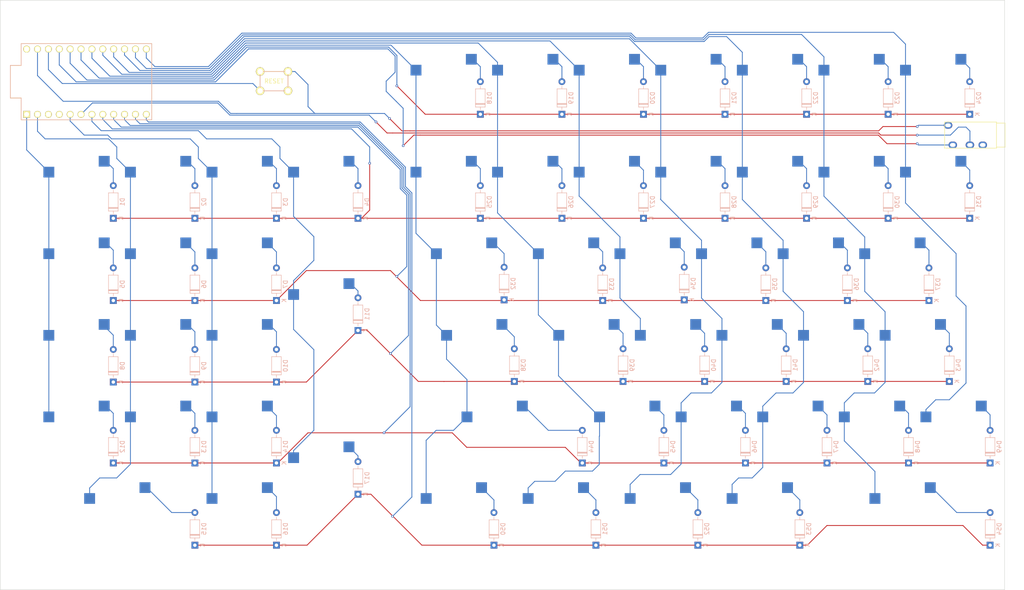
<source format=kicad_pcb>
(kicad_pcb (version 20221018) (generator pcbnew)
  (layers (0 "F.Cu" signal) (31 "B.Cu" signal) (34 "B.Paste" user) (35 "F.Paste" user) (36 "B.SilkS" user "B.Silkscreen") (37 "F.SilkS" user "F.Silkscreen") (38 "B.Mask" user) (39 "F.Mask" user) (44 "Edge.Cuts" user))
  (net 0 "")
  (net 1 "row2")
  (net 2 "row3")
  (net 3 "row4")
  (net 4 "row5")
  (net 5 "row6")
  (net 6 "row1")
  (net 7 "col1")
  (net 8 "col2")
  (net 9 "col3")
  (net 10 "col4")
  (net 11 "col5")
  (net 12 "col10")
  (net 13 "col11")
  (net 15 "SCL")
  (net 16 "VCC")
  (net 17 "RESET")
  (net 20 "col6")
  (net 21 "col7")
  (net 22 "col8")
  (net 23 "col9")
  (net 25 "GND")
  (net 26 "Net-(D1-A)")
  (net 27 "Net-(D2-A)")
  (net 28 "Net-(D3-A)")
  (net 29 "Net-(D4-A)")
  (net 30 "Net-(D5-A)")
  (net 31 "Net-(D6-A)")
  (net 32 "Net-(D7-A)")
  (net 33 "Net-(D8-A)")
  (net 34 "Net-(D9-A)")
  (net 35 "Net-(D10-A)")
  (net 36 "Net-(D11-A)")
  (net 37 "Net-(D12-A)")
  (net 38 "Net-(D13-A)")
  (net 39 "Net-(D14-A)")
  (net 40 "Net-(D15-A)")
  (net 41 "Net-(D16-A)")
  (net 42 "Net-(D17-A)")
  (net 43 "Net-(D18-A)")
  (net 44 "Net-(D19-A)")
  (net 45 "Net-(D20-A)")
  (net 46 "Net-(D21-A)")
  (net 47 "Net-(D22-A)")
  (net 48 "Net-(D23-A)")
  (net 49 "Net-(D24-A)")
  (net 50 "Net-(D25-A)")
  (net 51 "Net-(D26-A)")
  (net 52 "Net-(D27-A)")
  (net 53 "Net-(D28-A)")
  (net 54 "Net-(D29-A)")
  (net 55 "Net-(D30-A)")
  (net 56 "Net-(D31-A)")
  (net 57 "Net-(D32-A)")
  (net 58 "Net-(D33-A)")
  (net 59 "Net-(D34-A)")
  (net 60 "Net-(D35-A)")
  (net 61 "Net-(D36-A)")
  (net 62 "Net-(D37-A)")
  (net 63 "Net-(D38-A)")
  (net 64 "Net-(D39-A)")
  (net 65 "Net-(D40-A)")
  (net 66 "Net-(D41-A)")
  (net 67 "Net-(D42-A)")
  (net 68 "Net-(D43-A)")
  (net 69 "Net-(D44-A)")
  (net 70 "Net-(D45-A)")
  (net 71 "Net-(D46-A)")
  (net 72 "Net-(D47-A)")
  (net 73 "Net-(D48-A)")
  (net 74 "Net-(D49-A)")
  (net 75 "Net-(D50-A)")
  (net 76 "Net-(D51-A)")
  (net 77 "Net-(D52-A)")
  (net 78 "Net-(D53-A)")
  (net 79 "Net-(D54-A)")
  (footprint "MX_Only:MXOnly-1U-Hotswap" (layer "F.Cu") (at 54.485 65.04)
    (fp_text reference "MX2")
    (fp_text value "MX-NoLED")
  )
  (footprint "MountingHole:MountingHole_2.2mm_M2" (layer "F.Cu") (at 141.79925 101.36425)
    (fp_text reference "REF**" hide)
    (fp_text value "MountingHole_2.2mm_M2" hide)
  )
  (footprint "MX_Only:MXOnly-2U-Hotswap-VerticalStabilizers" (layer "F.Cu") (at 92.585 131.715)
    (fp_text reference "MX17")
    (fp_text value "MX-NoLED" hide)
  )
  (footprint "MountingHole:MountingHole_2.2mm_M2" (layer "F.Cu") (at 21 26.5)
    (fp_text reference "REF**" hide)
    (fp_text value "MountingHole_2.2mm_M2" hide)
  )
  (footprint "MX_Only:MXOnly-1U-Hotswap" (layer "F.Cu") (at 159.26 41.227)
    (fp_text reference "MX20")
    (fp_text value "MX-NoLED")
  )
  (footprint "MX_Only:MXOnly-1.25U-Hotswap" (layer "F.Cu") (at 171.16625 141.24)
    (fp_text reference "MX52")
    (fp_text value "MX-NoLED")
  )
  (footprint "MX_Only:MXOnly-1U-Hotswap" (layer "F.Cu") (at 140.21 65.04)
    (fp_text reference "MX26")
    (fp_text value "MX-NoLED")
  )
  (footprint "reset:ResetSW_4P" (layer "F.Cu") (at 80.937 41.262 180)
    (fp_text reference "RESET" hide)
    (fp_text value "SW_Push")
  )
  (footprint "MountingHole:MountingHole_2.2mm_M2" (layer "F.Cu") (at 21 156)
    (fp_text reference "REF**" hide)
    (fp_text value "MountingHole_2.2mm_M2" hide)
  )
  (footprint "MountingHole:MountingHole_2.2mm_M2" (layer "F.Cu") (at 106.88525 112.47325)
    (fp_text reference "REF**" hide)
    (fp_text value "MountingHole_2.2mm_M2" hide)
  )
  (footprint "MX_Only:MXOnly-1U-Hotswap" (layer "F.Cu") (at 35.435 65.04)
    (fp_text reference "MX1")
    (fp_text value "MX-NoLED")
  )
  (footprint "MX_Only:MXOnly-1.75U-Hotswap" (layer "F.Cu") (at 128.30375 103.14)
    (fp_text reference "MX38")
    (fp_text value "MX-NoLED")
  )
  (footprint "MountingHole:MountingHole_2.2mm_M2" (layer "F.Cu") (at 89.11075 156)
    (fp_text reference "REF**" hide)
    (fp_text value "MountingHole_2.2mm_M2" hide)
  )
  (footprint "MountingHole:MountingHole_2.2mm_M2" (layer "F.Cu") (at 247.61075 26.5)
    (fp_text reference "REF**" hide)
    (fp_text value "MountingHole_2.2mm_M2" hide)
  )
  (footprint "MX_Only:MXOnly-1.25U-Hotswap" (layer "F.Cu") (at 194.97875 141.24)
    (fp_text reference "MX53")
    (fp_text value "MX-NoLED")
  )
  (footprint "MX_Only:MXOnly-1U-Hotswap" (layer "F.Cu") (at 159.26 65.04)
    (fp_text reference "MX27")
    (fp_text value "MX-NoLED")
  )
  (footprint "MX_Only:MXOnly-1U-Hotswap" (layer "F.Cu") (at 35.435 122.19)
    (fp_text reference "MX12")
    (fp_text value "MX-NoLED")
  )
  (footprint "MX_Only:MXOnly-2U-Hotswap-VerticalStabilizers" (layer "F.Cu") (at 92.585 93.615)
    (fp_text reference "MX11")
    (fp_text value "MX-NoLED" hide)
  )
  (footprint "MX_Only:MXOnly-1.25U-Hotswap" (layer "F.Cu") (at 123.54125 141.24)
    (fp_text reference "MX50")
    (fp_text value "MX-NoLED")
  )
  (footprint "pj320:TRRS-PJ-320A" (layer "F.Cu") (at 249.6125 53.86125 -90)
    (fp_text reference "U2")
    (fp_text value "PJ-320A")
  )
  (footprint "MX_Only:MXOnly-1U-Hotswap" (layer "F.Cu") (at 235.46 65.04)
    (fp_text reference "MX31")
    (fp_text value "MX-NoLED")
  )
  (footprint "MX_Only:MXOnly-1U-Hotswap" (layer "F.Cu") (at 121.16 41.227)
    (fp_text reference "MX18")
    (fp_text value "MX-NoLED")
  )
  (footprint "promicro:ProMicro" (layer "F.Cu") (at 37.14075 41.39125)
    (fp_text reference "U1" hide)
    (fp_text value "ProMicro" hide)
  )
  (footprint "MX_Only:MXOnly-1U-Hotswap" (layer "F.Cu") (at 211.6475 103.14)
    (fp_text reference "MX42")
    (fp_text value "MX-NoLED")
  )
  (footprint "MX_Only:MXOnly-1U-Hotswap" (layer "F.Cu") (at 73.535 141.24)
    (fp_text reference "MX16")
    (fp_text value "MX-NoLED")
  )
  (footprint "MX_Only:MXOnly-1U-Hotswap" (layer "F.Cu") (at 197.36 41.227)
    (fp_text reference "MX22")
    (fp_text value "MX-NoLED")
  )
  (footprint "MX_Only:MXOnly-2U-Hotswap" (layer "F.Cu") (at 44.96 141.24)
    (fp_text reference "MX15")
    (fp_text value "MX-NoLED")
  )
  (footprint "MX_Only:MXOnly-1U-Hotswap" (layer "F.Cu") (at 149.735 84.09)
    (fp_text reference "MX33")
    (fp_text value "MX-NoLED")
  )
  (footprint "MX_Only:MXOnly-1U-Hotswap" (layer "F.Cu") (at 173.5475 103.14)
    (fp_text reference "MX40")
    (fp_text value "MX-NoLED")
  )
  (footprint "MX_Only:MXOnly-1U-Hotswap" (layer "F.Cu") (at 168.785 84.09)
    (fp_text reference "MX34")
    (fp_text value "MX-NoLED")
  )
  (footprint "MX_Only:MXOnly-1U-Hotswap" (layer "F.Cu") (at 73.535 65.04)
    (fp_text reference "MX3")
    (fp_text value "MX-NoLED")
  )
  (footprint "MX_Only:MXOnly-1U-Hotswap" (layer "F.Cu") (at 225.935 84.09)
    (fp_text reference "MX37")
    (fp_text value "MX-NoLED")
  )
  (footprint "MountingHole:MountingHole_2.2mm_M2" (layer "F.Cu") (at 89.11075 26.5)
    (fp_text reference "REF**" hide)
    (fp_text value "MountingHole_2.2mm_M2" hide)
  )
  (footprint "MX_Only:MXOnly-1U-Hotswap" (layer "F.Cu") (at 197.36 65.04)
    (fp_text reference "MX29")
    (fp_text value "MX-NoLED")
  )
  (footprint "MX_Only:MXOnly-1U-Hotswap" (layer "F.Cu") (at 73.535 84.09)
    (fp_text reference "MX7")
    (fp_text value "MX-NoLED")
  )
  (footprint "MX_Only:MXOnly-1U-Hotswap" (layer "F.Cu") (at 235.46 41.227)
    (fp_text reference "MX24")
    (fp_text value "MX-NoLED")
  )
  (footprint "MX_Only:MXOnly-1U-Hotswap" (layer "F.Cu") (at 54.485 122.19)
    (fp_text reference "MX13")
    (fp_text value "MX-NoLED")
  )
  (footprint "MX_Only:MXOnly-2.25U-Hotswap" (layer "F.Cu") (at 133.06625 122.19)
    (fp_text reference "MX44")
    (fp_text value "MX-NoLED")
  )
  (footprint "MX_Only:MXOnly-2.25U-Hotswap" (layer "F.Cu") (at 228.31625 141.24)
    (fp_text reference "MX54")
    (fp_text value "MX-NoLED")
  )
  (footprint "MX_Only:MXOnly-1U-Hotswap" (layer "F.Cu") (at 240.2225 122.19)
    (fp_text reference "MX49")
    (fp_text value "MX-NoLED")
  )
  (footprint "MX_Only:MXOnly-1U-Hotswap" (layer "F.Cu") (at 73.535 103.14)
    (fp_text reference "MX10")
    (fp_text value "MX-NoLED")
  )
  (footprint "MX_Only:MXOnly-1U-Hotswap" (layer "F.Cu") (at 192.5975 103.14)
    (fp_text reference "MX41")
    (fp_text value "MX-NoLED")
  )
  (footprint "MountingHole:MountingHole_2.2mm_M2" (layer "F.Cu") (at 174.11075 156)
    (fp_text reference "REF**" hide)
    (fp_text value "MountingHole_2.2mm_M2" hide)
  )
  (footprint "MX_Only:MXOnly-1.25U-Hotswap" (layer "F.Cu") (at 147.35375 141.24)
    (fp_text reference "MX51")
    (fp_text value "MX-NoLED")
  )
  (footprint "MX_Only:MXOnly-1U-Hotswap" (layer "F.Cu") (at 202.1225 122.19)
    (fp_text reference "MX47")
    (fp_text value "MX-NoLED")
  )
  (footprint "MX_Only:MXOnly-1U-Hotswap" (layer "F.Cu") (at 178.31 41.227)
    (fp_text reference "MX21")
    (fp_text value "MX-NoLED")
  )
  (footprint "MX_Only:MXOnly-1U-Hotswap" (layer "F.Cu") (at 35.435 103.14)
    (fp_text reference "MX8")
    (fp_text value "MX-NoLED")
  )
  (footprint "MX_Only:MXOnly-1U-Hotswap" (layer "F.Cu") (at 183.0725 122.19)
    (fp_text reference "MX46")
    (fp_text value "MX-NoLED")
  )
  (footprint "MountingHole:MountingHole_2.2mm_M2" (layer "F.Cu") (at 21 90.36125)
    (fp_text reference "REF**" hide)
    (fp_text value "MountingHole_2.2mm_M2" hide)
  )
  (footprint "MX_Only:MXOnly-1U-Hotswap" (layer "F.Cu") (at 164.0225 122.19)
    (fp_text reference "MX45")
    (fp_text value "MX-NoLED")
  )
  (footprint "MX_Only:MXOnly-1.5U-Hotswap" (layer "F.Cu") (at 125.9225 84.09)
    (fp_text reference "MX32")
    (fp_text value "MX-NoLED")
  )
  (footprint "MX_Only:MXOnly-1U-Hotswap" (layer "F.Cu") (at 187.835 84.09)
    (fp_text reference "MX35")
    (fp_text value "MX-NoLED")
  )
  (footprint "MX_Only:MXOnly-1U-Hotswap" (layer "F.Cu") (at 230.6975 103.14)
    (fp_text reference "MX43")
    (fp_text value "MX-NoLED")
  )
  (footprint "MX_Only:MXOnly-1U-Hotswap" (layer "F.Cu") (at 54.485 84.09)
    (fp_text reference "MX6")
    (fp_text value "MX-NoLED")
  )
  (footprint "MX_Only:MXOnly-1U-Hotswap" (layer "F.Cu") (at 206.885 84.09)
    (fp_text reference "MX36")
    (fp_text value "MX-NoLED")
  )
  (footprint "MX_Only:MXOnly-1U-Hotswap" (layer "F.Cu") (at 73.535 122.19)
    (fp_text reference "MX14")
    (fp_text value "MX-NoLED")
  )
  (footprint "MX_Only:MXOnly-1U-Hotswap" (layer "F.Cu") (at 216.41 41.227)
    (fp_text reference "MX23")
    (fp_text value "MX-NoLED")
  )
  (footprint "MountingHole:MountingHole_2.2mm_M2" (layer "F.Cu") (at 97.6005 41.262)
    (fp_text reference "REF**" hide)
    (fp_text value "MountingHole_2.2mm_M2" hide)
  )
  (footprint "MX_Only:MXOnly-1U-Hotswap" (layer "F.Cu") (at 54.485 103.14)
    (fp_text reference "MX9")
    (fp_text value "MX-NoLED")
  )
  (footprint "MountingHole:MountingHole_2.2mm_M2" (layer "F.Cu") (at 247.61075 156)
    (fp_text reference "REF**" hide)
    (fp_text value "MountingHole_2.2mm_M2" hide)
  )
  (footprint "MountingHole:MountingHole_2.2mm_M2" (layer "F.Cu") (at 107.07575 94.4265)
    (fp_text reference "REF**" hide)
    (fp_text value "MountingHole_2.2mm_M2" hide)
  )
  (footprint "MX_Only:MXOnly-1U-Hotswap" (layer "F.Cu") (at 121.16 65.04)
    (fp_text reference "MX25")
    (fp_text value "MX-NoLED")
  )
  (footprint "MountingHole:MountingHole_2.2mm_M2" (layer "F.Cu") (at 247.61075 90.36125)
    (fp_text reference "REF**" hide)
    (fp_text value "MountingHole_2.2mm_M2" hide)
  )
  (footprint "MX_Only:MXOnly-1U-Hotswap" (layer "F.Cu") (at 216.41 65.04)
    (fp_text reference "MX30")
    (fp_text value "MX-NoLED")
  )
  (footprint "MX_Only:MXOnly-1U-Hotswap" (layer "F.Cu") (at 140.21 41.227)
    (fp_text reference "MX19")
    (fp_text value "MX-NoLED")
  )
  (footprint "MX_Only:MXOnly-1U-Hotswap" (layer "F.Cu") (at 178.31 65.04)
    (fp_text reference "MX28")
    (fp_text value "MX-NoLED")
  )
  (footprint "MX_Only:MXOnly-1U-Hotswap" (layer "F.Cu") (at 221.1725 122.19)
    (fp_text reference "MX48")
    (fp_text value "MX-NoLED")
  )
  (footprint "MX_Only:MXOnly-1U-Hotswap" (layer "F.Cu") (at 92.585 65.04)
    (fp_text reference "MX4")
    (fp_text value "MX-NoLED")
  )
  (footprint "MountingHole:MountingHole_2.2mm_M2" (layer "F.Cu") (at 174.11075 26.5)
    (fp_text reference "REF**" hide)
    (fp_text value "MountingHole_2.2mm_M2" hide)
  )
  (footprint "MX_Only:MXOnly-1U-Hotswap" (layer "F.Cu") (at 154.4975 103.14)
    (fp_text reference "MX39")
    (fp_text value "MX-NoLED")
  )
  (footprint "MX_Only:MXOnly-1U-Hotswap" (layer "F.Cu") (at 35.435 84.09)
    (fp_text reference "MX5")
    (fp_text value "MX-NoLED")
  )
  (footprint "Diode_THT:D_DO-35_SOD27_P7.62mm_Horizontal" (layer "B.Cu") (at 157.66925 92.47825 90)
    (fp_text reference "D33")
    (fp_text value "1N4148")
  )
  (footprint "Diode_THT:D_DO-35_SOD27_P7.62mm_Horizontal" (layer "B.Cu") (at 137.03825 111.36475 90)
    (fp_text reference "D38")
    (fp_text value "1N4148")
  )
  (footprint "Diode_THT:D_DO-35_SOD27_P7.62mm_Horizontal" (layer "B.Cu") (at 205.27925 48.99325 90)
    (fp_text reference "D22")
    (fp_text value "1N4148")
  )
  (footprint "Diode_THT:D_DO-35_SOD27_P7.62mm_Horizontal" (layer "B.Cu") (at 224.32325 73.27675 90)
    (fp_text reference "D30")
    (fp_text value "1N4148")
  )
  (footprint "Diode_THT:D_DO-35_SOD27_P7.62mm_Horizontal" (layer "B.Cu") (at 229.08425 130.40875 90)
    (fp_text reference "D48")
    (fp_text value "1N4148")
  )
  (footprint "Diode_THT:D_DO-35_SOD27_P7.62mm_Horizontal" (layer "B.Cu") (at 248.12825 149.61025 90)
    (fp_text reference "D54")
    (fp_text value "1N4148")
  )
  (footprint "Diode_THT:D_DO-35_SOD27_P7.62mm_Horizontal" (layer "B.Cu") (at 179.88725 149.61025 90)
    (fp_text reference "D52")
    (fp_text value "1N4148")
  )
  (footprint "Diode_THT:D_DO-35_SOD27_P7.62mm_Horizontal" (layer "B.Cu") (at 203.69225 149.61025 90)
    (fp_text reference "D53")
    (fp_text value "1N4148")
  )
  (footprint "Diode_THT:D_DO-35_SOD27_P7.62mm_Horizontal" (layer "B.Cu") (at 224.32325 48.99325 90)
    (fp_text reference "D23")
    (fp_text value "1N4148")
  )
  (footprint "Diode_THT:D_DO-35_SOD27_P7.62mm_Horizontal" (layer "B.Cu") (at 129.10325 73.27675 90)
    (fp_text reference "D25")
    (fp_text value "1N4148")
  )
  (footprint "Diode_THT:D_DO-35_SOD27_P7.62mm_Horizontal" (layer "B.Cu") (at 43.40525 111.52225 90)
    (fp_text reference "D8")
    (fp_text value "1N4148")
  )
  (footprint "Diode_THT:D_DO-35_SOD27_P7.62mm_Horizontal" (layer "B.Cu") (at 132.27725 149.61025 90)
    (fp_text reference "D50")
    (fp_text value "1N4148")
  )
  (footprint "Diode_THT:D_DO-35_SOD27_P7.62mm_Horizontal" (layer "B.Cu") (at 243.36725 73.27675 90)
    (fp_text reference "D31")
    (fp_text value "1N4148")
  )
  (footprint "Diode_THT:D_DO-35_SOD27_P7.62mm_Horizontal" (layer "B.Cu") (at 148.14725 73.27675 90)
    (fp_text reference "D26")
    (fp_text value "1N4148")
  )
  (footprint "Diode_THT:D_DO-35_SOD27_P7.62mm_Horizontal" (layer "B.Cu") (at 62.44925 73.27675 90)
    (fp_text reference "D2")
    (fp_text value "1N4148")
  )
  (footprint "Diode_THT:D_DO-35_SOD27_P7.62mm_Horizontal" (layer "B.Cu") (at 81.49325 130.40875 90)
    (fp_text reference "D14")
    (fp_text value "1N4148")
  )
  (footprint "Diode_THT:D_DO-35_SOD27_P7.62mm_Horizontal" (layer "B.Cu") (at 190.99625 130.40875 90)
    (fp_text reference "D46")
    (fp_text value "1N4148")
  )
  (footprint "Diode_THT:D_DO-35_SOD27_P7.62mm_Horizontal" (layer "B.Cu") (at 181.47425 111.36475 90)
    (fp_text reference "D40")
    (fp_text value "1N4148")
  )
  (footprint "Diode_THT:D_DO-35_SOD27_P7.62mm_Horizontal" (layer "B.Cu") (at 195.75725 92.47825 90)
    (fp_text reference "D35")
    (fp_text value "1N4148")
  )
  (footprint "Diode_THT:D_DO-35_SOD27_P7.62mm_Horizontal" (layer "B.Cu") (at 62.44925 130.40875 90)
    (fp_text reference "D13")
    (fp_text value "1N4148")
  )
  (footprint "Diode_THT:D_DO-35_SOD27_P7.62mm_Horizontal" (layer "B.Cu") (at 81.49325 149.61025 90)
    (fp_text reference "D16")
    (fp_text value "1N4148")
  )
  (footprint "Diode_THT:D_DO-35_SOD27_P7.62mm_Horizontal" (layer "B.Cu") (at 214.80125 92.47825 90)
    (fp_text reference "D36")
    (fp_text value "1N4148")
  )
  (footprint "Diode_THT:D_DO-35_SOD27_P7.62mm_Horizontal" (layer "B.Cu") (at 100.53725 73.27675 90)
    (fp_text reference "D4")
    (fp_text value "1N4148")
  )
  (footprint "Diode_THT:D_DO-35_SOD27_P7.62mm_Horizontal" (layer "B.Cu") (at 171.95225 130.40875 90)
    (fp_text reference "D45")
    (fp_text value "1N4148")
  )
  (footprint "Diode_THT:D_DO-35_SOD27_P7.62mm_Horizontal" (layer "B.Cu") (at 129.10325 48.99325 90)
    (fp_text reference "D18")
    (fp_text value "1N4148")
  )
  (footprint "Diode_THT:D_DO-35_SOD27_P7.62mm_Horizontal" (layer "B.Cu") (at 156.08225 149.61025 90)
    (fp_text reference "D51")
    (fp_text value "1N4148")
  )
  (footprint "Diode_THT:D_DO-35_SOD27_P7.62mm_Horizontal" (layer "B.Cu") (at 186.23525 73.27675 90)
    (fp_text reference "D28")
    (fp_text value "1N4148")
  )
  (footprint "Diode_THT:D_DO-35_SOD27_P7.62mm_Horizontal" (layer "B.Cu") (at 219.56225 111.36475 90)
    (fp_text reference "D42")
    (fp_text value "1N4148")
  )
  (footprint "Diode_THT:D_DO-35_SOD27_P7.62mm_Horizontal" (layer "B.Cu") (at 62.44925 92.47825 90)
    (fp_text reference "D6")
    (fp_text value "1N4148")
  )
  (footprint "Diode_THT:D_DO-35_SOD27_P7.62mm_Horizontal" (layer "B.Cu") (at 43.40525 92.47825 90)
    (fp_text reference "D5")
    (fp_text value "1N4148")
  )
  (footprint "Diode_THT:D_DO-35_SOD27_P7.62mm_Horizontal" (layer "B.Cu") (at 81.49325 73.27675 90)
    (fp_text reference "D3")
    (fp_text value "1N4148")
  )
  (footprint "Diode_THT:D_DO-35_SOD27_P7.62mm_Horizontal" (layer "B.Cu") (at 243.36725 48.99325 90)
    (fp_text reference "D24")
    (fp_text value "1N4148")
  )
  (footprint "Diode_THT:D_DO-35_SOD27_P7.62mm_Horizontal" (layer "B.Cu") (at 152.90825 130.40875 90)
    (fp_text reference "D44")
    (fp_text value "1N4148")
  )
  (footprint "Diode_THT:D_DO-35_SOD27_P7.62mm_Horizontal" (layer "B.Cu") (at 210.04025 130.40875 90)
    (fp_text reference "D47")
    (fp_text value "1N4148")
  )
  (footprint "Diode_THT:D_DO-35_SOD27_P7.62mm_Horizontal" (layer "B.Cu") (at 233.84525 92.47825 90)
    (fp_text reference "D37")
    (fp_text value "1N4148")
  )
  (footprint "Diode_THT:D_DO-35_SOD27_P7.62mm_Horizontal" (layer "B.Cu") (at 167.19125 48.99325 90)
    (fp_text reference "D20")
    (fp_text value "1N4148")
  )
  (footprint "Diode_THT:D_DO-35_SOD27_P7.62mm_Horizontal" (layer "B.Cu") (at 148.14725 48.99325 90)
    (fp_text reference "D19")
    (fp_text value "1N4148")
  )
  (footprint "Diode_THT:D_DO-35_SOD27_P7.62mm_Horizontal" (layer "B.Cu") (at 186.23525 48.99325 90)
    (fp_text reference "D21")
    (fp_text value "1N4148")
  )
  (footprint "Diode_THT:D_DO-35_SOD27_P7.62mm_Horizontal" (layer "B.Cu") (at 81.49325 111.52225 90)
    (fp_text reference "D10")
    (fp_text value "1N4148")
  )
  (footprint "Diode_THT:D_DO-35_SOD27_P7.62mm_Horizontal" (layer "B.Cu") (at 162.43025 111.36475 90)
    (fp_text reference "D39")
    (fp_text value "1N4148")
  )
  (footprint "Diode_THT:D_DO-35_SOD27_P7.62mm_Horizontal" (layer "B.Cu") (at 248.12825 130.40875 90)
    (fp_text reference "D49")
    (fp_text value "1N4148")
  )
  (footprint "Diode_THT:D_DO-35_SOD27_P7.62mm_Horizontal" (layer "B.Cu") (at 43.40525 130.40875 90)
    (fp_text reference "D12")
    (fp_text value "1N4148")
  )
  (footprint "Diode_THT:D_DO-35_SOD27_P7.62mm_Horizontal" (layer "B.Cu") (at 205.27925 73.27675 90)
    (fp_text reference "D29")
    (fp_text value "1N4148")
  )
  (footprint "Diode_THT:D_DO-35_SOD27_P7.62mm_Horizontal" (layer "B.Cu") (at 134.65775 92.32075 90)
    (fp_text reference "D32")
    (fp_text value "1N4148")
  )
  (footprint "Diode_THT:D_DO-35_SOD27_P7.62mm_Horizontal" (layer "B.Cu") (at 81.49325 92.47825 90)
    (fp_text reference "D7")
    (fp_text value "1N4148")
  )
  (footprint "Diode_THT:D_DO-35_SOD27_P7.62mm_Horizontal" (layer "B.Cu") (at 200.51825 111.36475 90)
    (fp_text reference "D41")
    (fp_text value "1N4148")
  )
  (footprint "Diode_THT:D_DO-35_SOD27_P7.62mm_Horizontal" (layer "B.Cu") (at 176.71325 92.32075 90)
    (fp_text reference "D34")
    (fp_text value "1N4148")
  )
  (footprint "Diode_THT:D_DO-35_SOD27_P7.62mm_Horizontal" (layer "B.Cu") (at 62.44925 111.52225 90)
    (fp_text reference "D9")
    (fp_text value "1N4148")
  )
  (footprint "Diode_THT:D_DO-35_SOD27_P7.62mm_Horizontal" (layer "B.Cu") (at 62.44925 149.61025 90)
    (fp_text reference "D15")
    (fp_text value "1N4148")
  )
  (footprint "Diode_THT:D_DO-35_SOD27_P7.62mm_Horizontal" (layer "B.Cu") (at 100.53725 99.46225 90)
    (fp_text reference "D11")
    (fp_text value "1N4148")
  )
  (footprint "Diode_THT:D_DO-35_SOD27_P7.62mm_Horizontal" (layer "B.Cu") (at 167.19125 73.27675 90)
    (fp_text reference "D27")
    (fp_text value "1N4148")
  )
  (footprint "Diode_THT:D_DO-35_SOD27_P7.62mm_Horizontal" (layer "B.Cu") (at 238.60625 111.36475 90)
    (fp_text reference "D43")
    (fp_text value "1N4148")
  )
  (footprint "Diode_THT:D_DO-35_SOD27_P7.62mm_Horizontal" (layer "B.Cu") (at 43.40525 73.27675 90)
    (fp_text reference "D1")
    (fp_text value "1N4148")
  )
  (footprint "Diode_THT:D_DO-35_SOD27_P7.62mm_Horizontal" (layer "B.Cu") (at 100.53725 137.70775 90)
    (fp_text reference "D17")
    (fp_text value "1N4148")
  )
  (gr_line (start 251.5 160) (end 17 160) (stroke (width 0.1)) (layer "Edge.Cuts"))
  (gr_line (start 251.5 22.36125) (end 17 22.36125) (stroke (width 0.1)) (layer "Edge.Cuts"))
  (gr_line (start 251.5 22.36125) (end 251.5 160) (stroke (width 0.1)) (layer "Edge.Cuts"))
  (gr_line (start 17 22.36125) (end 17 160) (stroke (width 0.1)) (layer "Edge.Cuts"))
  (segment (start 103.26575 71.37175) (end 101.36075 73.27675) (width 0.2) (layer "F.Cu") (net 1))
  (segment (start 43.40525 73.27675) (end 43.40525 73.59175) (width 0.2) (layer "F.Cu") (net 1))
  (segment (start 103.26575 60.44125) (end 103.26575 71.37175) (width 0.2) (layer "F.Cu") (net 1))
  (segment (start 43.40525 73.59175) (end 43.72025 73.27675) (width 0.2) (layer "F.Cu") (net 1))
  (segment (start 101.36075 73.27675) (end 243.36725 73.27675) (width 0.2) (layer "F.Cu") (net 1))
  (segment (start 43.72025 73.27675) (end 101.36075 73.27675) (width 0.2) (layer "F.Cu") (net 1))
  (via (at 103.26575 60.44125) (size 0.6) (drill 0.3) (layers "F.Cu" "B.Cu") (net 1))
  (segment (start 43.14575 52.39625) (end 40.95075 50.20125) (width 0.2) (layer "B.Cu") (net 1))
  (segment (start 103.26575 60.44125) (end 103.26575 56.63125) (width 0.2) (layer "B.Cu") (net 1))
  (segment (start 99.03075 52.39625) (end 43.14575 52.39625) (width 0.2) (layer "B.Cu") (net 1))
  (segment (start 103.26575 56.63125) (end 99.03075 52.39625) (width 0.2) (layer "B.Cu") (net 1))
  (segment (start 40.95075 50.20125) (end 40.95075 49.01125) (width 0.2) (layer "B.Cu") (net 1))
  (segment (start 88.47725 85.49425) (end 108.12675 85.49425) (width 0.2) (layer "F.Cu") (net 2))
  (segment (start 81.49325 92.47825) (end 88.47725 85.49425) (width 0.2) (layer "F.Cu") (net 2))
  (segment (start 233.84525 92.47825) (end 115.11075 92.47825) (width 0.2) (layer "F.Cu") (net 2))
  (segment (start 43.40525 92.47825) (end 81.49325 92.47825) (width 0.2) (layer "F.Cu") (net 2))
  (segment (start 108.12675 85.49425) (end 115.11075 92.47825) (width 0.2) (layer "F.Cu") (net 2))
  (via (at 109.61075 86.86125) (size 0.6) (drill 0.3) (layers "F.Cu" "B.Cu") (net 2))
  (segment (start 45.24575 51.99625) (end 43.49075 50.24125) (width 0.2) (layer "B.Cu") (net 2))
  (segment (start 111.91075 84.56125) (end 111.91075 67.858308) (width 0.2) (layer "B.Cu") (net 2))
  (segment (start 109.61075 86.86125) (end 111.91075 84.56125) (width 0.2) (layer "B.Cu") (net 2))
  (segment (start 43.49075 50.24125) (end 43.49075 49.01125) (width 0.2) (layer "B.Cu") (net 2))
  (segment (start 110.41075 66.358308) (end 110.41075 61.87125) (width 0.2) (layer "B.Cu") (net 2))
  (segment (start 100.53575 51.99625) (end 45.24575 51.99625) (width 0.2) (layer "B.Cu") (net 2))
  (segment (start 111.91075 67.858308) (end 110.41075 66.358308) (width 0.2) (layer "B.Cu") (net 2))
  (segment (start 110.41075 61.87125) (end 100.53575 51.99625) (width 0.2) (layer "B.Cu") (net 2))
  (segment (start 88.47725 111.52225) (end 100.53725 99.46225) (width 0.2) (layer "F.Cu") (net 3))
  (segment (start 43.40525 111.52225) (end 81.49325 111.52225) (width 0.2) (layer "F.Cu") (net 3))
  (segment (start 137.03825 111.36475) (end 238.60625 111.36475) (width 0.2) (layer "F.Cu") (net 3))
  (segment (start 120.61075 111.36125) (end 120.61425 111.36475) (width 0.2) (layer "F.Cu") (net 3))
  (segment (start 100.53725 99.43475) (end 100.61075 99.36125) (width 0.2) (layer "F.Cu") (net 3))
  (segment (start 114.61075 111.36125) (end 120.61075 111.36125) (width 0.2) (layer "F.Cu") (net 3))
  (segment (start 102.61075 99.36125) (end 108.11075 104.86125) (width 0.2) (layer "F.Cu") (net 3))
  (segment (start 108.11075 104.86125) (end 114.61075 111.36125) (width 0.2) (layer "F.Cu") (net 3))
  (segment (start 120.61425 111.36475) (end 137.03825 111.36475) (width 0.2) (layer "F.Cu") (net 3))
  (segment (start 81.49325 111.52225) (end 88.47725 111.52225) (width 0.2) (layer "F.Cu") (net 3))
  (segment (start 100.61075 99.36125) (end 102.61075 99.36125) (width 0.2) (layer "F.Cu") (net 3))
  (segment (start 100.53725 99.46225) (end 100.53725 99.43475) (width 0.2) (layer "F.Cu") (net 3))
  (via (at 108.11075 104.86125) (size 0.6) (drill 0.3) (layers "F.Cu" "B.Cu") (net 3))
  (segment (start 47.34575 51.59625) (end 46.03075 50.28125) (width 0.2) (layer "B.Cu") (net 3))
  (segment (start 108.11075 104.86125) (end 112.31075 100.66125) (width 0.2) (layer "B.Cu") (net 3))
  (segment (start 112.31075 67.692622) (end 110.81075 66.192622) (width 0.2) (layer "B.Cu") (net 3))
  (segment (start 46.03075 50.28125) (end 46.03075 49.01125) (width 0.2) (layer "B.Cu") (net 3))
  (segment (start 112.31075 100.66125) (end 112.31075 67.692622) (width 0.2) (layer "B.Cu") (net 3))
  (segment (start 110.81075 61.68125) (end 100.72575 51.59625) (width 0.2) (layer "B.Cu") (net 3))
  (segment (start 110.81075 66.192622) (end 110.81075 61.68125) (width 0.2) (layer "B.Cu") (net 3))
  (segment (start 100.72575 51.59625) (end 47.34575 51.59625) (width 0.2) (layer "B.Cu") (net 3))
  (segment (start 81.80825 130.40875) (end 88.85575 123.36125) (width 0.2) (layer "F.Cu") (net 4))
  (segment (start 43.40525 130.40875) (end 62.44925 130.40875) (width 0.2) (layer "F.Cu") (net 4))
  (segment (start 122.53425 123.36125) (end 106.61075 123.36125) (width 0.2) (layer "F.Cu") (net 4))
  (segment (start 62.44925 130.40875) (end 81.49325 130.40875) (width 0.2) (layer "F.Cu") (net 4))
  (segment (start 152.59325 130.40875) (end 148.94075 126.75625) (width 0.2) (layer "F.Cu") (net 4))
  (segment (start 81.49325 130.40875) (end 81.80825 130.40875) (width 0.2) (layer "F.Cu") (net 4))
  (segment (start 125.92925 126.75625) (end 122.53425 123.36125) (width 0.2) (layer "F.Cu") (net 4))
  (segment (start 152.90825 130.40875) (end 152.59325 130.40875) (width 0.2) (layer "F.Cu") (net 4))
  (segment (start 248.12825 130.40875) (end 152.90825 130.40875) (width 0.2) (layer "F.Cu") (net 4))
  (segment (start 88.85575 123.36125) (end 106.61075 123.36125) (width 0.2) (layer "F.Cu") (net 4))
  (segment (start 148.94075 126.75625) (end 125.92925 126.75625) (width 0.2) (layer "F.Cu") (net 4))
  (via (at 106.61075 123.36125) (size 0.6) (drill 0.3) (layers "F.Cu" "B.Cu") (net 4))
  (segment (start 111.21075 66.026936) (end 111.21075 61.515564) (width 0.2) (layer "B.Cu") (net 4))
  (segment (start 112.71075 67.526936) (end 111.21075 66.026936) (width 0.2) (layer "B.Cu") (net 4))
  (segment (start 48.57075 50.15625) (end 48.57075 49.01125) (width 0.2) (layer "B.Cu") (net 4))
  (segment (start 111.21075 61.515564) (end 100.891436 51.19625) (width 0.2) (layer "B.Cu") (net 4))
  (segment (start 112.71075 117.26125) (end 112.71075 67.526936) (width 0.2) (layer "B.Cu") (net 4))
  (segment (start 106.61075 123.36125) (end 112.71075 117.26125) (width 0.2) (layer "B.Cu") (net 4))
  (segment (start 100.867122 51.197622) (end 100.87075 51.20125) (width 0.2) (layer "B.Cu") (net 4))
  (segment (start 100.891436 51.19625) (end 49.61075 51.19625) (width 0.2) (layer "B.Cu") (net 4))
  (segment (start 100.867122 51.19625) (end 100.867122 51.197622) (width 0.2) (layer "B.Cu") (net 4))
  (segment (start 49.61075 51.19625) (end 48.57075 50.15625) (width 0.2) (layer "B.Cu") (net 4))
  (segment (start 248.12825 149.61025) (end 246.38375 149.61025) (width 0.2) (layer "F.Cu") (net 5))
  (segment (start 132.27725 149.61025) (end 115.45625 149.61025) (width 0.2) (layer "F.Cu") (net 5))
  (segment (start 88.63475 149.61025) (end 100.53725 137.70775) (width 0.2) (layer "F.Cu") (net 5))
  (segment (start 241.78025 145.00675) (end 210.04025 145.00675) (width 0.2) (layer "F.Cu") (net 5))
  (segment (start 103.55375 137.70775) (end 100.53725 137.70775) (width 0.2) (layer "F.Cu") (net 5))
  (segment (start 203.69225 149.61025) (end 132.27725 149.61025) (width 0.2) (layer "F.Cu") (net 5))
  (segment (start 205.43675 149.61025) (end 203.69225 149.61025) (width 0.2) (layer "F.Cu") (net 5))
  (segment (start 246.38375 149.61025) (end 241.78025 145.00675) (width 0.2) (layer "F.Cu") (net 5))
  (segment (start 81.49325 149.61025) (end 88.63475 149.61025) (width 0.2) (layer "F.Cu") (net 5))
  (segment (start 210.04025 145.00675) (end 205.43675 149.61025) (width 0.2) (layer "F.Cu") (net 5))
  (segment (start 115.45625 149.61025) (end 103.55375 137.70775) (width 0.2) (layer "F.Cu") (net 5))
  (segment (start 62.44925 149.61025) (end 81.49325 149.61025) (width 0.2) (layer "F.Cu") (net 5))
  (via (at 108.61075 142.86125) (size 0.6) (drill 0.3) (layers "F.Cu" "B.Cu") (net 5))
  (segment (start 111.61075 65.86125) (end 113.11075 67.36125) (width 0.2) (layer "B.Cu") (net 5))
  (segment (start 51.11075 50.29625) (end 51.61075 50.79625) (width 0.2) (layer "B.Cu") (net 5))
  (segment (start 113.11075 138.36125) (end 108.61075 142.86125) (width 0.2) (layer "B.Cu") (net 5))
  (segment (start 111.61075 61.349878) (end 111.61075 65.86125) (width 0.2) (layer "B.Cu") (net 5))
  (segment (start 51.11075 49.01125) (end 51.11075 50.29625) (width 0.2) (layer "B.Cu") (net 5))
  (segment (start 113.11075 67.36125) (end 113.11075 138.36125) (width 0.2) (layer "B.Cu") (net 5))
  (segment (start 101.057122 50.79625) (end 111.61075 61.349878) (width 0.2) (layer "B.Cu") (net 5))
  (segment (start 51.61075 50.79625) (end 101.057122 50.79625) (width 0.2) (layer "B.Cu") (net 5))
  (segment (start 129.10325 48.99325) (end 116.24275 48.99325) (width 0.2) (layer "F.Cu") (net 6))
  (segment (start 129.10325 48.99325) (end 243.36725 48.99325) (width 0.2) (layer "F.Cu") (net 6))
  (segment (start 116.11075 48.86125) (end 109.61075 42.36125) (width 0.2) (layer "F.Cu") (net 6))
  (segment (start 116.24275 48.99325) (end 116.11075 48.86125) (width 0.2) (layer "F.Cu") (net 6))
  (via (at 109.61075 42.36125) (size 0.6) (drill 0.3) (layers "F.Cu" "B.Cu") (net 6))
  (segment (start 33.33075 37.08125) (end 33.33075 33.77125) (width 0.2) (layer "B.Cu") (net 6))
  (segment (start 109.61075 35.249565) (end 107.672436 33.31125) (width 0.2) (layer "B.Cu") (net 6))
  (segment (start 74.615522 33.31125) (end 66.915522 41.01125) (width 0.2) (layer "B.Cu") (net 6))
  (segment (start 109.61075 42.36125) (end 109.61075 35.249565) (width 0.2) (layer "B.Cu") (net 6))
  (segment (start 66.915522 41.01125) (end 37.26075 41.01125) (width 0.2) (layer "B.Cu") (net 6))
  (segment (start 107.672436 33.31125) (end 74.615522 33.31125) (width 0.2) (layer "B.Cu") (net 6))
  (segment (start 37.26075 41.01125) (end 33.33075 37.08125) (width 0.2) (layer "B.Cu") (net 6))
  (segment (start 28.35 62.504) (end 28.35 119.79225) (width 0.2) (layer "B.Cu") (net 7))
  (segment (start 23.17075 49.01125) (end 23.17075 57.32075) (width 0.2) (layer "B.Cu") (net 7))
  (segment (start 23.17075 57.32075) (end 28.35 62.5) (width 0.2) (layer "B.Cu") (net 7))
  (segment (start 42.30575 54.72625) (end 27.47575 54.72625) (width 0.2) (layer "B.Cu") (net 8))
  (segment (start 27.47575 54.72625) (end 25.71075 52.96125) (width 0.2) (layer "B.Cu") (net 8))
  (segment (start 25.71075 52.96125) (end 25.71075 49.01125) (width 0.2) (layer "B.Cu") (net 8))
  (segment (start 47.4 130.6965) (end 44.19875 133.89775) (width 0.2) (layer "B.Cu") (net 8))
  (segment (start 44.19875 133.89775) (end 40.23125 133.89775) (width 0.2) (layer "B.Cu") (net 8))
  (segment (start 37.875 136.254) (end 37.875 138.7) (width 0.2) (layer "B.Cu") (net 8))
  (segment (start 40.23125 133.89775) (end 37.875 136.254) (width 0.2) (layer "B.Cu") (net 8))
  (segment (start 47.4 119.65) (end 47.4 130.6965) (width 0.2) (layer "B.Cu") (net 8))
  (segment (start 47.4 119.65) (end 47.4 100.6) (width 0.2) (layer "B.Cu") (net 8))
  (segment (start 47.4 62.5) (end 44.21075 59.31075) (width 0.2) (layer "B.Cu") (net 8))
  (segment (start 44.21075 59.31075) (end 44.21075 56.63125) (width 0.2) (layer "B.Cu") (net 8))
  (segment (start 47.4 100.6) (end 47.4 81.55) (width 0.2) (layer "B.Cu") (net 8))
  (segment (start 44.21075 56.63125) (end 42.30575 54.72625) (width 0.2) (layer "B.Cu") (net 8))
  (segment (start 47.4 62.5) (end 47.4 81.55) (width 0.2) (layer "B.Cu") (net 8))
  (segment (start 42.97575 54.72625) (end 61.35575 54.72625) (width 0.2) (layer "B.Cu") (net 9))
  (segment (start 61.35575 54.72625) (end 63.26075 56.63125) (width 0.2) (layer "B.Cu") (net 9))
  (segment (start 42.11075 53.86125) (end 42.97575 54.72625) (width 0.2) (layer "B.Cu") (net 9))
  (segment (start 33.33075 49.01125) (end 33.33075 50.58125) (width 0.2) (layer "B.Cu") (net 9))
  (segment (start 63.26075 56.63125) (end 63.26075 59.31075) (width 0.2) (layer "B.Cu") (net 9))
  (segment (start 33.33075 50.58125) (end 36.61075 53.86125) (width 0.2) (layer "B.Cu") (net 9))
  (segment (start 66.45 138.84225) (end 66.45 62.5) (width 0.2) (layer "B.Cu") (net 9))
  (segment (start 63.26075 59.31075) (end 66.45 62.5) (width 0.2) (layer "B.Cu") (net 9))
  (segment (start 36.61075 53.86125) (end 42.11075 53.86125) (width 0.2) (layer "B.Cu") (net 9))
  (segment (start 90.22175 83.11375) (end 85.5 87.8355) (width 0.2) (layer "B.Cu") (net 10))
  (segment (start 38.41075 49.01125) (end 38.41075 50.66125) (width 0.2) (layer "B.Cu") (net 10))
  (segment (start 38.41075 50.66125) (end 40.57075 52.82125) (width 0.2) (layer "B.Cu") (net 10))
  (segment (start 85.5 62.5) (end 85.5 72.8375) (width 0.2) (layer "B.Cu") (net 10))
  (segment (start 90.22175 122.78875) (end 90.22175 103.9485) (width 0.2) (layer "B.Cu") (net 10))
  (segment (start 85.5 72.8375) (end 90.22175 77.55925) (width 0.2) (layer "B.Cu") (net 10))
  (segment (start 85.5 99.22675) (end 85.5 91.075) (width 0.2) (layer "B.Cu") (net 10))
  (segment (start 65.16575 54.72625) (end 80.40575 54.72625) (width 0.2) (layer "B.Cu") (net 10))
  (segment (start 82.31075 59.31075) (end 85.5 62.5) (width 0.2) (layer "B.Cu") (net 10))
  (segment (start 82.31075 56.63125) (end 82.31075 59.31075) (width 0.2) (layer "B.Cu") (net 10))
  (segment (start 85.5 129.175) (end 85.5 127.5105) (width 0.2) (layer "B.Cu") (net 10))
  (segment (start 85.5 87.8355) (end 85.5 91.075) (width 0.2) (layer "B.Cu") (net 10))
  (segment (start 85.5 127.5105) (end 90.22175 122.78875) (width 0.2) (layer "B.Cu") (net 10))
  (segment (start 90.22175 77.55925) (end 90.22175 83.11375) (width 0.2) (layer "B.Cu") (net 10))
  (segment (start 90.22175 103.9485) (end 85.5 99.22675) (width 0.2) (layer "B.Cu") (net 10))
  (segment (start 80.40575 54.72625) (end 82.31075 56.63125) (width 0.2) (layer "B.Cu") (net 10))
  (segment (start 40.57075 52.82125) (end 63.26075 52.82125) (width 0.2) (layer "B.Cu") (net 10))
  (segment (start 63.26075 52.82125) (end 65.16575 54.72625) (width 0.2) (layer "B.Cu") (net 10))
  (segment (start 118.8375 81.55) (end 118.8375 98.21875) (width 0.2) (layer "B.Cu") (net 11))
  (segment (start 125.98125 119.65) (end 125.98125 110.93825) (width 0.2) (layer "B.Cu") (net 11))
  (segment (start 116.45625 125.12025) (end 116.45625 138.7) (width 0.2) (layer "B.Cu") (net 11))
  (segment (start 114.075 76.7875) (end 118.8375 81.55) (width 0.2) (layer "B.Cu") (net 11))
  (segment (start 114.075 38.687) (end 108.24925 32.86125) (width 0.2) (layer "B.Cu") (net 11))
  (segment (start 114.075 62.5) (end 114.075 76.7875) (width 0.2) (layer "B.Cu") (net 11))
  (segment (start 108.24925 32.86125) (end 74.429126 32.86125) (width 0.2) (layer "B.Cu") (net 11))
  (segment (start 35.87075 36.32125) (end 35.87075 33.77125) (width 0.2) (layer "B.Cu") (net 11))
  (segment (start 125.98125 119.65) (end 122.8425 122.78875) (width 0.2) (layer "B.Cu") (net 11))
  (segment (start 40.11075 40.56125) (end 35.87075 36.32125) (width 0.2) (layer "B.Cu") (net 11))
  (segment (start 74.429126 32.86125) (end 66.729126 40.56125) (width 0.2) (layer "B.Cu") (net 11))
  (segment (start 66.729126 40.56125) (end 40.11075 40.56125) (width 0.2) (layer "B.Cu") (net 11))
  (segment (start 118.78775 122.78875) (end 116.45625 125.12025) (width 0.2) (layer "B.Cu") (net 11))
  (segment (start 122.8425 122.78875) (end 118.78775 122.78875) (width 0.2) (layer "B.Cu") (net 11))
  (segment (start 118.8375 98.21875) (end 121.21875 100.6) (width 0.2) (layer "B.Cu") (net 11))
  (segment (start 121.21875 106.17575) (end 121.21875 100.6) (width 0.2) (layer "B.Cu") (net 11))
  (segment (start 114.075 38.687) (end 114.075 62.5) (width 0.2) (layer "B.Cu") (net 11))
  (segment (start 125.98125 110.93825) (end 121.21875 106.17575) (width 0.2) (layer "B.Cu") (net 11))
  (segment (start 65.797146 38.31125) (end 51.11075 38.31125) (width 0.2) (layer "B.Cu") (net 12))
  (segment (start 182.434314 30.36125) (end 181.195564 31.6) (width 0.2) (layer "B.Cu") (net 12))
  (segment (start 218.85 77.6405) (end 209.325 68.1155) (width 0.2) (layer "B.Cu") (net 12))
  (segment (start 209.325 38.687) (end 209.325 35.5755) (width 0.2) (layer "B.Cu") (net 12))
  (segment (start 223.6125 100.6) (end 223.6125 111.597) (width 0.2) (layer "B.Cu") (net 12))
  (segment (start 221.23125 138.7) (end 221.23125 132.39275) (width 0.2) (layer "B.Cu") (net 12))
  (segment (start 209.325 35.5755) (end 204.11075 30.36125) (width 0.2) (layer "B.Cu") (net 12))
  (segment (start 223.6125 100.6) (end 223.6125 95.099) (width 0.2) (layer "B.Cu") (net 12))
  (segment (start 221.23125 132.39275) (end 214.0875 125.249) (width 0.2) (layer "B.Cu") (net 12))
  (segment (start 73.647146 30.46125) (end 65.797146 38.31125) (width 0.2) (layer "B.Cu") (net 12))
  (segment (start 218.85 81.55) (end 218.85 77.6405) (width 0.2) (layer "B.Cu") (net 12))
  (segment (start 218.85 90.3365) (end 218.85 81.55) (width 0.2) (layer "B.Cu") (net 12))
  (segment (start 164.130621 30.46125) (end 73.647146 30.46125) (width 0.2) (layer "B.Cu") (net 12))
  (segment (start 48.57075 35.77125) (end 48.57075 33.77125) (width 0.2) (layer "B.Cu") (net 12))
  (segment (start 181.195564 31.6) (end 165.269372 31.6) (width 0.2) (layer "B.Cu") (net 12))
  (segment (start 204.11075 30.36125) (end 182.434314 30.36125) (width 0.2) (layer "B.Cu") (net 12))
  (segment (start 165.269372 31.6) (end 164.130621 30.46125) (width 0.2) (layer "B.Cu") (net 12))
  (segment (start 223.6125 95.099) (end 218.85 90.3365) (width 0.2) (layer "B.Cu") (net 12))
  (segment (start 214.0875 119.65) (end 214.0875 116.361) (width 0.2) (layer "B.Cu") (net 12))
  (segment (start 214.0875 125.249) (end 214.0875 119.65) (width 0.2) (layer "B.Cu") (net 12))
  (segment (start 209.325 38.687) (end 209.325 62.5) (width 0.2) (layer "B.Cu") (net 12))
  (segment (start 209.325 68.1155) (end 209.325 62.5) (width 0.2) (layer "B.Cu") (net 12))
  (segment (start 51.11075 38.31125) (end 48.57075 35.77125) (width 0.2) (layer "B.Cu") (net 12))
  (segment (start 221.14925 114.06025) (end 216.38825 114.06025) (width 0.2) (layer "B.Cu") (net 12))
  (segment (start 214.0875 116.361) (end 216.38825 114.06025) (width 0.2) (layer "B.Cu") (net 12))
  (segment (start 223.6125 111.597) (end 221.14925 114.06025) (width 0.2) (layer "B.Cu") (net 12))
  (segment (start 228.375 62.5) (end 228.375 69.7085) (width 0.2) (layer "B.Cu") (net 13))
  (segment (start 242.5015 111.752) (end 238.60625 115.64725) (width 0.2) (layer "B.Cu") (net 13))
  (segment (start 228.375 69.7085) (end 240.19325 81.52675) (width 0.2) (layer "B.Cu") (net 13))
  (segment (start 165.435058 31.2) (end 164.296308 30.06125) (width 0.2) (layer "B.Cu") (net 13))
  (segment (start 164.296308 30.06125) (end 73.41075 30.06125) (width 0.2) (layer "B.Cu") (net 13))
  (segment (start 233.1375 117.942) (end 233.1375 119.65) (width 0.2) (layer "B.Cu") (net 13))
  (segment (start 240.19325 91.44375) (end 242.5015 93.752) (width 0.2) (layer "B.Cu") (net 13))
  (segment (start 181.029878 31.2) (end 165.435058 31.2) (width 0.2) (layer "B.Cu") (net 13))
  (segment (start 228.375 32.6255) (end 225.61075 29.86125) (width 0.2) (layer "B.Cu") (net 13))
  (segment (start 238.60625 115.64725) (end 235.43225 115.64725) (width 0.2) (layer "B.Cu") (net 13))
  (segment (start 235.43225 115.64725) (end 233.1375 117.942) (width 0.2) (layer "B.Cu") (net 13))
  (segment (start 228.375 38.687) (end 228.375 32.6255) (width 0.2) (layer "B.Cu") (net 13))
  (segment (start 73.41075 30.06125) (end 65.61075 37.86125) (width 0.2) (layer "B.Cu") (net 13))
  (segment (start 51.11075 35.86125) (end 51.11075 33.77125) (width 0.2) (layer "B.Cu") (net 13))
  (segment (start 65.61075 37.86125) (end 53.11075 37.86125) (width 0.2) (layer "B.Cu") (net 13))
  (segment (start 182.368628 29.86125) (end 181.029878 31.2) (width 0.2) (layer "B.Cu") (net 13))
  (segment (start 240.19325 81.52675) (end 240.19325 91.44375) (width 0.2) (layer "B.Cu") (net 13))
  (segment (start 242.5015 93.752) (end 242.5015 111.752) (width 0.2) (layer "B.Cu") (net 13))
  (segment (start 225.61075 29.86125) (end 182.368628 29.86125) (width 0.2) (layer "B.Cu") (net 13))
  (segment (start 228.375 38.687) (end 228.375 62.5) (width 0.2) (layer "B.Cu") (net 13))
  (segment (start 53.11075 37.86125) (end 51.11075 35.86125) (width 0.2) (layer "B.Cu") (net 13))
  (segment (start 222.61075 53.86125) (end 231.11075 53.86125) (width 0.2) (layer "F.Cu") (net 15))
  (segment (start 108.61075 53.36125) (end 107.31925 53.36125) (width 0.2) (layer "F.Cu") (net 15))
  (segment (start 107.31925 53.36125) (end 104.742 50.784) (width 0.2) (layer "F.Cu") (net 15))
  (segment (start 222.11075 53.36125) (end 222.61075 53.86125) (width 0.2) (layer "F.Cu") (net 15))
  (segment (start 108.61075 53.36125) (end 222.11075 53.36125) (width 0.2) (layer "F.Cu") (net 15))
  (via (at 231.11075 53.86125) (size 0.6) (drill 0.3) (layers "F.Cu" "B.Cu") (net 15))
  (via (at 104.742 50.784) (size 0.6) (drill 0.3) (layers "F.Cu" "B.Cu") (net 15))
  (segment (start 103.155 49.197) (end 70.6215 49.197) (width 0.2) (layer "B.Cu") (net 15))
  (segment (start 67.78575 46.36125) (end 38.52075 46.36125) (width 0.2) (layer "B.Cu") (net 15))
  (segment (start 242.5 52) (end 243.4125 52.9125) (width 0.2) (layer "B.Cu") (net 15))
  (segment (start 70.6215 49.197) (end 67.78575 46.36125) (width 0.2) (layer "B.Cu") (net 15))
  (segment (start 238.86125 53.86125) (end 240.7225 52) (width 0.2) (layer "B.Cu") (net 15))
  (segment (start 243.4125 52.9125) (end 243.4125 56.16125) (width 0.2) (layer "B.Cu") (net 15))
  (segment (start 38.52075 46.36125) (end 35.87075 49.01125) (width 0.2) (layer "B.Cu") (net 15))
  (segment (start 104.742 50.784) (end 103.155 49.197) (width 0.2) (layer "B.Cu") (net 15))
  (segment (start 240.7225 52) (end 242.5 52) (width 0.2) (layer "B.Cu") (net 15))
  (segment (start 231.11075 53.86125) (end 238.86125 53.86125) (width 0.2) (layer "B.Cu") (net 15))
  (segment (start 115.0575 53.86125) (end 113.56725 53.86125) (width 0.2) (layer "F.Cu") (net 16))
  (segment (start 222.045064 53.86125) (end 224.045064 55.86125) (width 0.2) (layer "F.Cu") (net 16))
  (segment (start 115.0575 53.86125) (end 222.045064 53.86125) (width 0.2) (layer "F.Cu") (net 16))
  (segment (start 113.56725 53.86125) (end 111.09 56.3385) (width 0.2) (layer "F.Cu") (net 16))
  (segment (start 224.045064 55.86125) (end 231.11075 55.86125) (width 0.2) (layer "F.Cu") (net 16))
  (via (at 111.09 56.3385) (size 0.6) (drill 0.3) (layers "F.Cu" "B.Cu") (net 16))
  (via (at 231.11075 55.86125) (size 0.6) (drill 0.3) (layers "F.Cu" "B.Cu") (net 16))
  (segment (start 34.726436 41.41125) (end 67.29825 41.41125) (width 0.2) (layer "B.Cu") (net 16))
  (segment (start 107.1225 43.6425) (end 109.503 46.023) (width 0.2) (layer "B.Cu") (net 16))
  (segment (start 231.41075 56.16125) (end 231.11075 55.86125) (width 0.2) (layer "B.Cu") (net 16))
  (segment (start 109.21075 39.17375) (end 107.1225 41.262) (width 0.2) (layer "B.Cu") (net 16))
  (segment (start 107.1225 41.262) (end 107.1225 43.6425) (width 0.2) (layer "B.Cu") (net 16))
  (segment (start 107.50675 33.71125) (end 109.21075 35.41525) (width 0.2) (layer "B.Cu") (net 16))
  (segment (start 74.99825 33.71125) (end 107.50675 33.71125) (width 0.2) (layer "B.Cu") (net 16))
  (segment (start 30.79075 33.77125) (end 30.79075 37.475564) (width 0.2) (layer "B.Cu") (net 16))
  (segment (start 109.503 46.023) (end 111.09 47.61) (width 0.2) (layer "B.Cu") (net 16))
  (segment (start 30.79075 37.475564) (end 34.726436 41.41125) (width 0.2) (layer "B.Cu") (net 16))
  (segment (start 111.09 47.61) (end 111.09 56.3385) (width 0.2) (layer "B.Cu") (net 16))
  (segment (start 239.4125 56.16125) (end 231.41075 56.16125) (width 0.2) (layer "B.Cu") (net 16))
  (segment (start 109.21075 35.41525) (end 109.21075 39.17375) (width 0.2) (layer "B.Cu") (net 16))
  (segment (start 67.29825 41.41125) (end 74.99825 33.71125) (width 0.2) (layer "B.Cu") (net 16))
  (segment (start 75.98625 41.81125) (end 77.687 43.512) (width 0.2) (layer "B.Cu") (net 17))
  (segment (start 31.49575 41.81125) (end 75.98625 41.81125) (width 0.2) (layer "B.Cu") (net 17))
  (segment (start 28.25075 38.56625) (end 31.49575 41.81125) (width 0.2) (layer "B.Cu") (net 17))
  (segment (start 28.25075 33.77125) (end 28.25075 38.56625) (width 0.2) (layer "B.Cu") (net 17))
  (segment (start 147.35375 110.06625) (end 156.9375 119.65) (width 0.2) (layer "B.Cu") (net 20))
  (segment (start 156.9375 124.1295) (end 156.9375 119.65) (width 0.2) (layer "B.Cu") (net 20))
  (segment (start 74.29273 32.36125) (end 66.54273 40.11125) (width 0.2) (layer "B.Cu") (net 20))
  (segment (start 147.4125 100.6) (end 142.65 95.8375) (width 0.2) (layer "B.Cu") (net 20))
  (segment (start 140.26875 138.7) (end 140.26875 136.22175) (width 0.2) (layer "B.Cu") (net 20))
  (segment (start 38.41075 35.91125) (end 38.41075 33.77125) (width 0.2) (layer "B.Cu") (net 20))
  (segment (start 147.4125 101.3055) (end 147.35375 101.36425) (width 0.2) (layer "B.Cu") (net 20))
  (segment (start 147.35375 101.36425) (end 147.35375 110.06625) (width 0.2) (layer "B.Cu") (net 20))
  (segment (start 133.125 38.687) (end 133.125 36.8755) (width 0.2) (layer "B.Cu") (net 20))
  (segment (start 133.125 72.025) (end 142.65 81.55) (width 0.2) (layer "B.Cu") (net 20))
  (segment (start 128.61075 32.36125) (end 74.29273 32.36125) (width 0.2) (layer "B.Cu") (net 20))
  (segment (start 66.54273 40.11125) (end 42.61075 40.11125) (width 0.2) (layer "B.Cu") (net 20))
  (segment (start 140.26875 136.22175) (end 141.79925 134.69125) (width 0.2) (layer "B.Cu") (net 20))
  (segment (start 147.4125 100.6) (end 147.4125 101.3055) (width 0.2) (layer "B.Cu") (net 20))
  (segment (start 146.56025 134.69125) (end 148.94075 132.31075) (width 0.2) (layer "B.Cu") (net 20))
  (segment (start 156.87575 130.72375) (end 156.87575 124.19125) (width 0.2) (layer "B.Cu") (net 20))
  (segment (start 133.125 62.5) (end 133.125 72.025) (width 0.2) (layer "B.Cu") (net 20))
  (segment (start 156.87575 124.19125) (end 156.9375 124.1295) (width 0.2) (layer "B.Cu") (net 20))
  (segment (start 141.79925 134.69125) (end 146.56025 134.69125) (width 0.2) (layer "B.Cu") (net 20))
  (segment (start 133.125 38.687) (end 133.125 62.5) (width 0.2) (layer "B.Cu") (net 20))
  (segment (start 142.65 95.8375) (end 142.65 81.55) (width 0.2) (layer "B.Cu") (net 20))
  (segment (start 155.28875 132.31075) (end 156.87575 130.72375) (width 0.2) (layer "B.Cu") (net 20))
  (segment (start 148.94075 132.31075) (end 155.28875 132.31075) (width 0.2) (layer "B.Cu") (net 20))
  (segment (start 133.125 36.8755) (end 128.61075 32.36125) (width 0.2) (layer "B.Cu") (net 20))
  (segment (start 42.61075 40.11125) (end 38.41075 35.91125) (width 0.2) (layer "B.Cu") (net 20))
  (segment (start 161.7 81.55) (end 161.7 91.9055) (width 0.2) (layer "B.Cu") (net 21))
  (segment (start 161.7 91.9055) (end 166.4625 96.668) (width 0.2) (layer "B.Cu") (net 21))
  (segment (start 152.175 68.0975) (end 152.175 62.5) (width 0.2) (layer "B.Cu") (net 21))
  (segment (start 161.7 77.6225) (end 152.175 68.0975) (width 0.2) (layer "B.Cu") (net 21))
  (segment (start 66.356334 39.66125) (end 45.41075 39.66125) (width 0.2) (layer "B.Cu") (net 21))
  (segment (start 161.7 81.55) (end 161.7 77.6225) (width 0.2) (layer "B.Cu") (net 21))
  (segment (start 45.41075 39.66125) (end 40.95075 35.20125) (width 0.2) (layer "B.Cu") (net 21))
  (segment (start 166.4625 96.668) (end 166.4625 100.6) (width 0.2) (layer "B.Cu") (net 21))
  (segment (start 40.95075 35.20125) (end 40.95075 33.77125) (width 0.2) (layer "B.Cu") (net 21))
  (segment (start 145.34925 31.86125) (end 74.156334 31.86125) (width 0.2) (layer "B.Cu") (net 21))
  (segment (start 74.156334 31.86125) (end 66.356334 39.66125) (width 0.2) (layer "B.Cu") (net 21))
  (segment (start 152.175 38.687) (end 145.34925 31.86125) (width 0.2) (layer "B.Cu") (net 21))
  (segment (start 152.175 62.5) (end 152.175 38.687) (width 0.2) (layer "B.Cu") (net 21))
  (segment (start 171.225 38.687) (end 163.89925 31.36125) (width 0.2) (layer "B.Cu") (net 22))
  (segment (start 180.75 78.422) (end 171.15875 68.83075) (width 0.2) (layer "B.Cu") (net 22))
  (segment (start 171.225 68.7645) (end 171.225 62.5) (width 0.2) (layer "B.Cu") (net 22))
  (segment (start 175.9875 130.656) (end 173.53925 133.10425) (width 0.2) (layer "B.Cu") (net 22))
  (segment (start 166.39775 133.10425) (end 164.08125 135.42075) (width 0.2) (layer "B.Cu") (net 22))
  (segment (start 43.49075 35.59125) (end 43.49075 33.77125) (width 0.2) (layer "B.Cu") (net 22))
  (segment (start 171.15875 68.83075) (end 171.225 68.7645) (width 0.2) (layer "B.Cu") (net 22))
  (segment (start 173.53925 133.10425) (end 166.39775 133.10425) (width 0.2) (layer "B.Cu") (net 22))
  (segment (start 180.75 91.9115) (end 185.5125 96.674) (width 0.2) (layer "B.Cu") (net 22))
  (segment (start 185.5125 111.609) (end 183.06125 114.06025) (width 0.2) (layer "B.Cu") (net 22))
  (segment (start 47.11075 39.21125) (end 43.49075 35.59125) (width 0.2) (layer "B.Cu") (net 22))
  (segment (start 178.30025 114.06025) (end 175.9875 116.373) (width 0.2) (layer "B.Cu") (net 22))
  (segment (start 164.08125 135.42075) (end 164.08125 138.7) (width 0.2) (layer "B.Cu") (net 22))
  (segment (start 175.9875 116.373) (end 175.9875 119.65) (width 0.2) (layer "B.Cu") (net 22))
  (segment (start 163.89925 31.36125) (end 74.019938 31.36125) (width 0.2) (layer "B.Cu") (net 22))
  (segment (start 175.9875 119.65) (end 175.9875 130.656) (width 0.2) (layer "B.Cu") (net 22))
  (segment (start 183.06125 114.06025) (end 178.30025 114.06025) (width 0.2) (layer "B.Cu") (net 22))
  (segment (start 66.169938 39.21125) (end 47.11075 39.21125) (width 0.2) (layer "B.Cu") (net 22))
  (segment (start 185.5125 96.674) (end 185.5125 100.6) (width 0.2) (layer "B.Cu") (net 22))
  (segment (start 180.75 81.55) (end 180.75 91.9115) (width 0.2) (layer "B.Cu") (net 22))
  (segment (start 74.019938 31.36125) (end 66.169938 39.21125) (width 0.2) (layer "B.Cu") (net 22))
  (segment (start 171.225 62.5) (end 171.225 38.687) (width 0.2) (layer "B.Cu") (net 22))
  (segment (start 180.75 81.55) (end 180.75 78.422) (width 0.2) (layer "B.Cu") (net 22))
  (segment (start 185.5125 100.6) (end 185.5125 111.609) (width 0.2) (layer "B.Cu") (net 22))
  (segment (start 195.0375 117.1605) (end 198.13775 114.06025) (width 0.2) (layer "B.Cu") (net 23))
  (segment (start 190.275 38.687) (end 190.275 34.5255) (width 0.2) (layer "B.Cu") (net 23))
  (segment (start 195.0375 119.65) (end 195.0375 117.1605) (width 0.2) (layer "B.Cu") (net 23))
  (segment (start 199.8 90.3305) (end 199.8 81.55) (width 0.2) (layer "B.Cu") (net 23))
  (segment (start 189.40925 133.89775) (end 187.89375 135.41325) (width 0.2) (layer "B.Cu") (net 23))
  (segment (start 199.8 81.55) (end 199.8 78.428) (width 0.2) (layer "B.Cu") (net 23))
  (segment (start 190.275 62.5) (end 190.275 38.687) (width 0.2) (layer "B.Cu") (net 23))
  (segment (start 187.89375 135.41325) (end 187.89375 138.7) (width 0.2) (layer "B.Cu") (net 23))
  (segment (start 195.0375 119.65) (end 195.0375 131.4435) (width 0.2) (layer "B.Cu") (net 23))
  (segment (start 186.61075 30.86125) (end 182.5 30.86125) (width 0.2) (layer "B.Cu") (net 23))
  (segment (start 202.10525 114.06025) (end 198.13775 114.06025) (width 0.2) (layer "B.Cu") (net 23))
  (segment (start 165.103686 32) (end 163.964936 30.86125) (width 0.2) (layer "B.Cu") (net 23))
  (segment (start 65.983542 38.76125) (end 49.61075 38.76125) (width 0.2) (layer "B.Cu") (net 23))
  (segment (start 190.275 68.903) (end 199.8 78.428) (width 0.2) (layer "B.Cu") (net 23))
  (segment (start 190.275 34.5255) (end 186.61075 30.86125) (width 0.2) (layer "B.Cu") (net 23))
  (segment (start 49.61075 38.76125) (end 46.03075 35.18125) (width 0.2) (layer "B.Cu") (net 23))
  (segment (start 204.5625 100.6) (end 204.5625 111.603) (width 0.2) (layer "B.Cu") (net 23))
  (segment (start 181.36125 32) (end 165.103686 32) (width 0.2) (layer "B.Cu") (net 23))
  (segment (start 204.5625 100.6) (end 204.5625 95.093) (width 0.2) (layer "B.Cu") (net 23))
  (segment (start 192.58325 133.89775) (end 189.40925 133.89775) (width 0.2) (layer "B.Cu") (net 23))
  (segment (start 46.03075 35.18125) (end 46.03075 33.77125) (width 0.2) (layer "B.Cu") (net 23))
  (segment (start 163.964936 30.86125) (end 73.883542 30.86125) (width 0.2) (layer "B.Cu") (net 23))
  (segment (start 182.5 30.86125) (end 181.36125 32) (width 0.2) (layer "B.Cu") (net 23))
  (segment (start 190.275 62.5) (end 190.275 68.903) (width 0.2) (layer "B.Cu") (net 23))
  (segment (start 204.5625 111.603) (end 202.10525 114.06025) (width 0.2) (layer "B.Cu") (net 23))
  (segment (start 195.0375 131.4435) (end 192.58325 133.89775) (width 0.2) (layer "B.Cu") (net 23))
  (segment (start 73.883542 30.86125) (end 65.983542 38.76125) (width 0.2) (layer "B.Cu") (net 23))
  (segment (start 204.5625 95.093) (end 199.8 90.3305) (width 0.2) (layer "B.Cu") (net 23))
  (segment (start 110.78675 52.86125) (end 107.916 49.9905) (width 0.2) (layer "F.Cu") (net 25))
  (segment (start 223.11075 51.86125) (end 222.11075 52.86125) (width 0.2) (layer "F.Cu") (net 25))
  (segment (start 112.677 52.86125) (end 111.58025 52.86125) (width 0.2) (layer "F.Cu") (net 25))
  (segment (start 231.11075 51.86125) (end 223.11075 51.86125) (width 0.2) (layer "F.Cu") (net 25))
  (segment (start 111.58025 52.86125) (end 110.78675 52.86125) (width 0.2) (layer "F.Cu") (net 25))
  (segment (start 222.11075 52.86125) (end 112.677 52.86125) (width 0.2) (layer "F.Cu") (net 25))
  (via (at 107.916 49.9905) (size 0.6) (drill 0.3) (layers "F.Cu" "B.Cu") (net 25))
  (via (at 231.11075 51.86125) (size 0.6) (drill 0.3) (layers "F.Cu" "B.Cu") (net 25))
  (segment (start 88.872 42.0555) (end 88.872 47.21) (width 0.2) (layer "B.Cu") (net 25))
  (segment (start 88.872 47.21) (end 90.459 48.797) (width 0.2) (layer "B.Cu") (net 25))
  (segment (start 31.71075 45.96125) (end 67.951436 45.96125) (width 0.2) (layer "B.Cu") (net 25))
  (segment (start 90.459 48.797) (end 106.7225 48.797) (width 0.2) (layer "B.Cu") (net 25))
  (segment (start 25.71075 39.96125) (end 31.71075 45.96125) (width 0.2) (layer "B.Cu") (net 25))
  (segment (start 70.787186 48.797) (end 72.2085 48.797) (width 0.2) (layer "B.Cu") (net 25))
  (segment (start 25.71075 33.77125) (end 25.71075 39.96125) (width 0.2) (layer "B.Cu") (net 25))
  (segment (start 67.951436 45.96125) (end 70.787186 48.797) (width 0.2) (layer "B.Cu") (net 25))
  (segment (start 85.8285 39.012) (end 88.872 42.0555) (width 0.2) (layer "B.Cu") (net 25))
  (segment (start 84.187 39.012) (end 85.8285 39.012) (width 0.2) (layer "B.Cu") (net 25))
  (segment (start 231.41075 51.56125) (end 231.11075 51.86125) (width 0.2) (layer "B.Cu") (net 25))
  (segment (start 106.7225 48.797) (end 107.916 49.9905) (width 0.2) (layer "B.Cu") (net 25))
  (segment (start 72.2085 48.797) (end 90.459 48.797) (width 0.2) (layer "B.Cu") (net 25))
  (segment (start 238.3125 51.56125) (end 231.41075 51.56125) (width 0.2) (layer "B.Cu") (net 25))
  (segment (start 43.40525 61.68925) (end 43.40525 65.65675) (width 0.2) (layer "B.Cu") (net 26))
  (segment (start 41.676 59.96) (end 43.40525 61.68925) (width 0.2) (layer "B.Cu") (net 26))
  (segment (start 41.277 59.96) (end 41.676 59.96) (width 0.2) (layer "B.Cu") (net 26))
  (segment (start 60.327 59.96) (end 60.72 59.96) (width 0.2) (layer "B.Cu") (net 27))
  (segment (start 60.72 59.96) (end 62.44925 61.68925) (width 0.2) (layer "B.Cu") (net 27))
  (segment (start 62.44925 61.68925) (end 62.44925 65.65675) (width 0.2) (layer "B.Cu") (net 27))
  (segment (start 79.377 59.96) (end 79.764 59.96) (width 0.2) (layer "B.Cu") (net 28))
  (segment (start 79.764 59.96) (end 81.49325 61.68925) (width 0.2) (layer "B.Cu") (net 28))
  (segment (start 81.49325 61.68925) (end 81.49325 65.65675) (width 0.2) (layer "B.Cu") (net 28))
  (segment (start 100.53725 61.68925) (end 100.53725 65.65675) (width 0.2) (layer "B.Cu") (net 29))
  (segment (start 98.808 59.96) (end 100.53725 61.68925) (width 0.2) (layer "B.Cu") (net 29))
  (segment (start 98.427 59.96) (end 98.808 59.96) (width 0.2) (layer "B.Cu") (net 29))
  (segment (start 41.277 79.01) (end 41.682 79.01) (width 0.2) (layer "B.Cu") (net 30))
  (segment (start 43.40525 80.73325) (end 43.40525 84.85825) (width 0.2) (layer "B.Cu") (net 30))
  (segment (start 41.682 79.01) (end 43.40525 80.73325) (width 0.2) (layer "B.Cu") (net 30))
  (segment (start 60.327 79.01) (end 62.44925 81.13225) (width 0.2) (layer "B.Cu") (net 31))
  (segment (start 62.44925 81.13225) (end 62.44925 84.85825) (width 0.2) (layer "B.Cu") (net 31))
  (segment (start 79.377 79.01) (end 81.49325 81.12625) (width 0.2) (layer "B.Cu") (net 32))
  (segment (start 81.49325 81.12625) (end 81.49325 84.85825) (width 0.2) (layer "B.Cu") (net 32))
  (segment (start 43.40525 100.57075) (end 43.40525 103.90225) (width 0.2) (layer "B.Cu") (net 33))
  (segment (start 41.277 98.4425) (end 43.40525 100.57075) (width 0.2) (layer "B.Cu") (net 33))
  (segment (start 41.277 98.06) (end 41.277 98.4425) (width 0.2) (layer "B.Cu") (net 33))
  (segment (start 62.44925 99.77725) (end 62.44925 103.90225) (width 0.2) (layer "B.Cu") (net 34))
  (segment (start 60.732 98.06) (end 62.44925 99.77725) (width 0.2) (layer "B.Cu") (net 34))
  (segment (start 60.327 98.06) (end 60.732 98.06) (width 0.2) (layer "B.Cu") (net 34))
  (segment (start 81.49325 99.77725) (end 81.49325 103.90225) (width 0.2) (layer "B.Cu") (net 35))
  (segment (start 79.776 98.06) (end 81.49325 99.77725) (width 0.2) (layer "B.Cu") (net 35))
  (segment (start 79.377 98.06) (end 79.776 98.06) (width 0.2) (layer "B.Cu") (net 35))
  (segment (start 98.427 88.535) (end 98.817 88.535) (width 0.2) (layer "B.Cu") (net 36))
  (segment (start 100.53725 90.25525) (end 100.53725 91.84225) (width 0.2) (layer "B.Cu") (net 36))
  (segment (start 98.817 88.535) (end 100.53725 90.25525) (width 0.2) (layer "B.Cu") (net 36))
  (segment (start 41.694 117.11) (end 43.40525 118.82125) (width 0.2) (layer "B.Cu") (net 37))
  (segment (start 41.277 117.11) (end 41.694 117.11) (width 0.2) (layer "B.Cu") (net 37))
  (segment (start 43.40525 118.82125) (end 43.40525 122.78875) (width 0.2) (layer "B.Cu") (net 37))
  (segment (start 62.44925 118.82125) (end 62.44925 122.78875) (width 0.2) (layer "B.Cu") (net 38))
  (segment (start 60.738 117.11) (end 62.44925 118.82125) (width 0.2) (layer "B.Cu") (net 38))
  (segment (start 60.327 117.11) (end 60.738 117.11) (width 0.2) (layer "B.Cu") (net 38))
  (segment (start 79.377 117.25225) (end 81.49325 119.3685) (width 0.2) (layer "B.Cu") (net 39))
  (segment (start 81.49325 119.3685) (end 81.49325 122.78875) (width 0.2) (layer "B.Cu") (net 39))
  (segment (start 51.222 136.16) (end 57.05225 141.99025) (width 0.2) (layer "B.Cu") (net 40))
  (segment (start 57.05225 141.99025) (end 62.44925 141.99025) (width 0.2) (layer "B.Cu") (net 40))
  (segment (start 50.802 136.16) (end 51.222 136.16) (width 0.2) (layer "B.Cu") (net 40))
  (segment (start 79.377 136.16) (end 81.49325 138.27625) (width 0.2) (layer "B.Cu") (net 41))
  (segment (start 81.49325 138.27625) (end 81.49325 141.99025) (width 0.2) (layer "B.Cu") (net 41))
  (segment (start 100.53725 128.74525) (end 100.53725 130.08775) (width 0.2) (layer "B.Cu") (net 42))
  (segment (start 98.427 126.635) (end 100.53725 128.74525) (width 0.2) (layer "B.Cu") (net 42))
  (segment (start 127.002 36.147) (end 127.366 36.147) (width 0.2) (layer "B.Cu") (net 43))
  (segment (start 129.10325 37.88425) (end 129.10325 41.37325) (width 0.2) (layer "B.Cu") (net 43))
  (segment (start 127.366 36.147) (end 129.10325 37.88425) (width 0.2) (layer "B.Cu") (net 43))
  (segment (start 148.14725 37.88425) (end 148.14725 41.37325) (width 0.2) (layer "B.Cu") (net 44))
  (segment (start 146.052 36.147) (end 146.41 36.147) (width 0.2) (layer "B.Cu") (net 44))
  (segment (start 146.41 36.147) (end 148.14725 37.88425) (width 0.2) (layer "B.Cu") (net 44))
  (segment (start 165.454 36.147) (end 167.19125 37.88425) (width 0.2) (layer "B.Cu") (net 45))
  (segment (start 167.19125 37.88425) (end 167.19125 41.37325) (width 0.2) (layer "B.Cu") (net 45))
  (segment (start 165.102 36.147) (end 165.454 36.147) (width 0.2) (layer "B.Cu") (net 45))
  (segment (start 184.498 36.147) (end 186.23525 37.88425) (width 0.2) (layer "B.Cu") (net 46))
  (segment (start 184.152 36.147) (end 184.498 36.147) (width 0.2) (layer "B.Cu") (net 46))
  (segment (start 186.23525 37.88425) (end 186.23525 41.37325) (width 0.2) (layer "B.Cu") (net 46))
  (segment (start 205.27925 37.88425) (end 205.27925 41.37325) (width 0.2) (layer "B.Cu") (net 47))
  (segment (start 203.542 36.147) (end 205.27925 37.88425) (width 0.2) (layer "B.Cu") (net 47))
  (segment (start 203.202 36.147) (end 203.542 36.147) (width 0.2) (layer "B.Cu") (net 47))
  (segment (start 222.586 36.147) (end 224.32325 37.88425) (width 0.2) (layer "B.Cu") (net 48))
  (segment (start 222.252 36.147) (end 222.586 36.147) (width 0.2) (layer "B.Cu") (net 48))
  (segment (start 224.32325 37.88425) (end 224.32325 41.37325) (width 0.2) (layer "B.Cu") (net 48))
  (segment (start 243.36725 38.21225) (end 243.36725 41.37325) (width 0.2) (layer "B.Cu") (net 49))
  (segment (start 241.302 36.147) (end 243.36725 38.21225) (width 0.2) (layer "B.Cu") (net 49))
  (segment (start 127.374 59.96) (end 129.10325 61.68925) (width 0.2) (layer "B.Cu") (net 50))
  (segment (start 127.002 59.96) (end 127.374 59.96) (width 0.2) (layer "B.Cu") (net 50))
  (segment (start 129.10325 61.68925) (end 129.10325 65.65675) (width 0.2) (layer "B.Cu") (net 50))
  (segment (start 148.14725 61.68925) (end 148.14725 65.65675) (width 0.2) (layer "B.Cu") (net 51))
  (segment (start 146.052 59.96) (end 146.418 59.96) (width 0.2) (layer "B.Cu") (net 51))
  (segment (start 146.418 59.96) (end 148.14725 61.68925) (width 0.2) (layer "B.Cu") (net 51))
  (segment (start 165.102 59.96) (end 167.19125 62.04925) (width 0.2) (layer "B.Cu") (net 52))
  (segment (start 167.19125 62.04925) (end 167.19125 65.65675) (width 0.2) (layer "B.Cu") (net 52))
  (segment (start 184.506 59.96) (end 186.23525 61.68925) (width 0.2) (layer "B.Cu") (net 53))
  (segment (start 186.23525 61.68925) (end 186.23525 65.65675) (width 0.2) (layer "B.Cu") (net 53))
  (segment (start 184.152 59.96) (end 184.506 59.96) (width 0.2) (layer "B.Cu") (net 53))
  (segment (start 203.55 59.96) (end 205.27925 61.68925) (width 0.2) (layer "B.Cu") (net 54))
  (segment (start 205.27925 61.68925) (end 205.27925 65.65675) (width 0.2) (layer "B.Cu") (net 54))
  (segment (start 203.202 59.96) (end 203.55 59.96) (width 0.2) (layer "B.Cu") (net 54))
  (segment (start 222.594 59.96) (end 224.32325 61.68925) (width 0.2) (layer "B.Cu") (net 55))
  (segment (start 224.32325 61.68925) (end 224.32325 65.65675) (width 0.2) (layer "B.Cu") (net 55))
  (segment (start 222.252 59.96) (end 222.594 59.96) (width 0.2) (layer "B.Cu") (net 55))
  (segment (start 243.36725 62.02525) (end 243.36725 65.65675) (width 0.2) (layer "B.Cu") (net 56))
  (segment (start 241.302 59.96) (end 243.36725 62.02525) (width 0.2) (layer "B.Cu") (net 56))
  (segment (start 134.65775 81.52675) (end 134.65775 84.70075) (width 0.2) (layer "B.Cu") (net 57))
  (segment (start 131.7645 79.01) (end 132.141 79.01) (width 0.2) (layer "B.Cu") (net 57))
  (segment (start 132.141 79.01) (end 134.65775 81.52675) (width 0.2) (layer "B.Cu") (net 57))
  (segment (start 155.577 79.01) (end 157.66925 81.10225) (width 0.2) (layer "B.Cu") (net 58))
  (segment (start 157.66925 81.10225) (end 157.66925 84.85825) (width 0.2) (layer "B.Cu") (net 58))
  (segment (start 176.71325 81.09625) (end 176.71325 84.70075) (width 0.2) (layer "B.Cu") (net 59))
  (segment (start 174.627 79.01) (end 176.71325 81.09625) (width 0.2) (layer "B.Cu") (net 59))
  (segment (start 193.677 79.01) (end 195.75725 81.09025) (width 0.2) (layer "B.Cu") (net 60))
  (segment (start 195.75725 81.09025) (end 195.75725 84.85825) (width 0.2) (layer "B.Cu") (net 60))
  (segment (start 214.80125 80.73325) (end 214.80125 84.85825) (width 0.2) (layer "B.Cu") (net 61))
  (segment (start 212.727 79.01) (end 213.078 79.01) (width 0.2) (layer "B.Cu") (net 61))
  (segment (start 213.078 79.01) (end 214.80125 80.73325) (width 0.2) (layer "B.Cu") (net 61))
  (segment (start 233.84525 80.73325) (end 233.84525 84.85825) (width 0.2) (layer "B.Cu") (net 62))
  (segment (start 232.122 79.01) (end 233.84525 80.73325) (width 0.2) (layer "B.Cu") (net 62))
  (segment (start 231.777 79.01) (end 232.122 79.01) (width 0.2) (layer "B.Cu") (net 62))
  (segment (start 137.03825 100.9525) (end 137.03825 103.74475) (width 0.2) (layer "B.Cu") (net 63))
  (segment (start 134.14575 98.06) (end 137.03825 100.9525) (width 0.2) (layer "B.Cu") (net 63))
  (segment (start 162.43025 100.15075) (end 162.43025 103.74475) (width 0.2) (layer "B.Cu") (net 64))
  (segment (start 160.3395 98.06) (end 162.43025 100.15075) (width 0.2) (layer "B.Cu") (net 64))
  (segment (start 181.47425 100.14475) (end 181.47425 103.74475) (width 0.2) (layer "B.Cu") (net 65))
  (segment (start 179.3895 98.06) (end 181.47425 100.14475) (width 0.2) (layer "B.Cu") (net 65))
  (segment (start 198.4395 98.06) (end 200.51825 100.13875) (width 0.2) (layer "B.Cu") (net 66))
  (segment (start 200.51825 100.13875) (end 200.51825 103.74475) (width 0.2) (layer "B.Cu") (net 66))
  (segment (start 219.56225 100.13275) (end 219.56225 103.74475) (width 0.2) (layer "B.Cu") (net 67))
  (segment (start 217.4895 98.06) (end 219.56225 100.13275) (width 0.2) (layer "B.Cu") (net 67))
  (segment (start 236.5395 98.06) (end 238.60625 100.12675) (width 0.2) (layer "B.Cu") (net 68))
  (segment (start 238.60625 100.12675) (end 238.60625 103.74475) (width 0.2) (layer "B.Cu") (net 68))
  (segment (start 144.97325 122.78875) (end 152.90825 122.78875) (width 0.2) (layer "B.Cu") (net 69))
  (segment (start 139.2945 117.11) (end 144.97325 122.78875) (width 0.2) (layer "B.Cu") (net 69))
  (segment (start 138.90825 117.11) (end 139.2945 117.11) (width 0.2) (layer "B.Cu") (net 69))
  (segment (start 169.8645 117.11) (end 171.95225 119.19775) (width 0.2) (layer "B.Cu") (net 70))
  (segment (start 171.95225 119.19775) (end 171.95225 122.78875) (width 0.2) (layer "B.Cu") (net 70))
  (segment (start 190.99625 118.82125) (end 190.99625 122.78875) (width 0.2) (layer "B.Cu") (net 71))
  (segment (start 188.9145 117.11) (end 189.285 117.11) (width 0.2) (layer "B.Cu") (net 71))
  (segment (start 189.285 117.11) (end 190.99625 118.82125) (width 0.2) (layer "B.Cu") (net 71))
  (segment (start 210.04025 119.18575) (end 210.04025 122.78875) (width 0.2) (layer "B.Cu") (net 72))
  (segment (start 207.9645 117.11) (end 210.04025 119.18575) (width 0.2) (layer "B.Cu") (net 72))
  (segment (start 229.08425 118.82125) (end 229.08425 122.78875) (width 0.2) (layer "B.Cu") (net 73))
  (segment (start 227.0145 117.11) (end 227.373 117.11) (width 0.2) (layer "B.Cu") (net 73))
  (segment (start 227.373 117.11) (end 229.08425 118.82125) (width 0.2) (layer "B.Cu") (net 73))
  (segment (start 248.12825 119.17375) (end 248.12825 122.78875) (width 0.2) (layer "B.Cu") (net 74))
  (segment (start 246.0645 117.11) (end 248.12825 119.17375) (width 0.2) (layer "B.Cu") (net 74))
  (segment (start 132.27725 139.054) (end 132.27725 141.99025) (width 0.2) (layer "B.Cu") (net 75))
  (segment (start 129.38325 136.16) (end 132.27725 139.054) (width 0.2) (layer "B.Cu") (net 75))
  (segment (start 153.19575 136.16) (end 156.08225 139.0465) (width 0.2) (layer "B.Cu") (net 76))
  (segment (start 156.08225 139.0465) (end 156.08225 141.99025) (width 0.2) (layer "B.Cu") (net 76))
  (segment (start 177.00825 136.16) (end 179.88725 139.039) (width 0.2) (layer "B.Cu") (net 77))
  (segment (start 179.88725 139.039) (end 179.88725 141.99025) (width 0.2) (layer "B.Cu") (net 77))
  (segment (start 200.82075 136.16) (end 203.69225 139.0315) (width 0.2) (layer "B.Cu") (net 78))
  (segment (start 203.69225 139.0315) (end 203.69225 141.99025) (width 0.2) (layer "B.Cu") (net 78))
  (segment (start 248.12825 141.99025) (end 240.35075 141.99025) (width 0.2) (layer "B.Cu") (net 79))
  (segment (start 234.5205 136.16) (end 240.35075 141.99025) (width 0.2) (layer "B.Cu") (net 79))
  (segment (start 234.15825 136.16) (end 234.5205 136.16) (width 0.2) (layer "B.Cu") (net 79))
)
</source>
